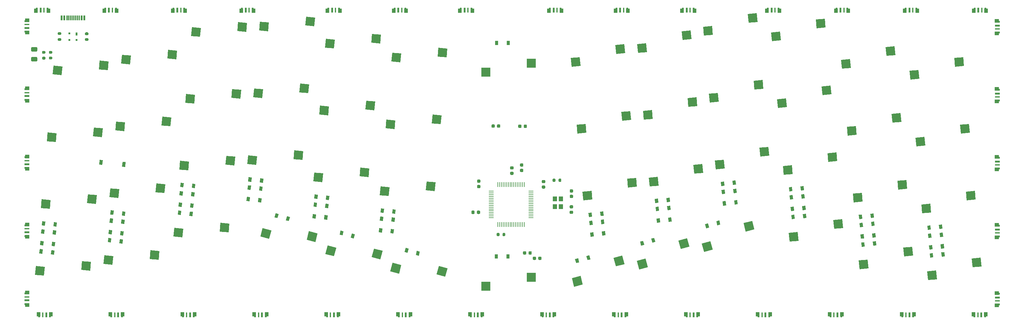
<source format=gbr>
%TF.GenerationSoftware,KiCad,Pcbnew,(5.1.8)-1*%
%TF.CreationDate,2021-01-22T10:31:16-05:00*%
%TF.ProjectId,ergo_60_case,6572676f-5f36-4305-9f63-6173652e6b69,rev?*%
%TF.SameCoordinates,Original*%
%TF.FileFunction,Paste,Bot*%
%TF.FilePolarity,Positive*%
%FSLAX46Y46*%
G04 Gerber Fmt 4.6, Leading zero omitted, Abs format (unit mm)*
G04 Created by KiCad (PCBNEW (5.1.8)-1) date 2021-01-22 10:31:16*
%MOMM*%
%LPD*%
G01*
G04 APERTURE LIST*
%ADD10R,1.150000X1.000000*%
%ADD11R,1.400000X0.550000*%
%ADD12R,1.400000X0.450000*%
%ADD13R,1.400000X0.600000*%
%ADD14R,1.000000X1.150000*%
%ADD15R,0.550000X1.400000*%
%ADD16R,0.450000X1.400000*%
%ADD17R,0.600000X1.400000*%
%ADD18R,2.550000X2.500000*%
%ADD19C,0.100000*%
%ADD20R,0.280000X1.470000*%
%ADD21R,1.470000X0.280000*%
%ADD22R,1.200000X1.400000*%
%ADD23R,0.600000X1.450000*%
%ADD24R,0.300000X1.450000*%
%ADD25R,0.600000X0.900000*%
%ADD26R,0.600000X0.500000*%
%ADD27R,0.900000X1.200000*%
G04 APERTURE END LIST*
D10*
%TO.C,D66*%
X343680000Y-83520000D03*
X343680000Y-87020000D03*
D11*
X343810000Y-86790000D03*
D12*
X343810000Y-85795000D03*
D13*
X343810000Y-84820000D03*
D11*
X343810000Y-83745000D03*
%TD*%
D10*
%TO.C,D68*%
X343680000Y-122140000D03*
X343680000Y-125640000D03*
D11*
X343810000Y-125410000D03*
D12*
X343810000Y-124415000D03*
D13*
X343810000Y-123440000D03*
D11*
X343810000Y-122365000D03*
%TD*%
D10*
%TO.C,D67*%
X343680000Y-102830000D03*
X343680000Y-106330000D03*
D11*
X343810000Y-106100000D03*
D12*
X343810000Y-105105000D03*
D13*
X343810000Y-104130000D03*
D11*
X343810000Y-103055000D03*
%TD*%
D14*
%TO.C,D90*%
X71580000Y-80620000D03*
X75080000Y-80620000D03*
D15*
X74850000Y-80490000D03*
D16*
X73855000Y-80490000D03*
D17*
X72880000Y-80490000D03*
D15*
X71805000Y-80490000D03*
%TD*%
D10*
%TO.C,D89*%
X69120000Y-86810000D03*
X69120000Y-83310000D03*
D11*
X68990000Y-83540000D03*
D12*
X68990000Y-84535000D03*
D13*
X68990000Y-85510000D03*
D11*
X68990000Y-86585000D03*
%TD*%
D10*
%TO.C,D88*%
X69120000Y-106147500D03*
X69120000Y-102647500D03*
D11*
X68990000Y-102877500D03*
D12*
X68990000Y-103872500D03*
D13*
X68990000Y-104847500D03*
D11*
X68990000Y-105922500D03*
%TD*%
D10*
%TO.C,D87*%
X69120000Y-125485000D03*
X69120000Y-121985000D03*
D11*
X68990000Y-122215000D03*
D12*
X68990000Y-123210000D03*
D13*
X68990000Y-124185000D03*
D11*
X68990000Y-125260000D03*
%TD*%
D10*
%TO.C,D86*%
X69120000Y-144822500D03*
X69120000Y-141322500D03*
D11*
X68990000Y-141552500D03*
D12*
X68990000Y-142547500D03*
D13*
X68990000Y-143522500D03*
D11*
X68990000Y-144597500D03*
%TD*%
D10*
%TO.C,D85*%
X69120000Y-164160000D03*
X69120000Y-160660000D03*
D11*
X68990000Y-160890000D03*
D12*
X68990000Y-161885000D03*
D13*
X68990000Y-162860000D03*
D11*
X68990000Y-163935000D03*
%TD*%
D14*
%TO.C,D84*%
X75770000Y-166830000D03*
X72270000Y-166830000D03*
D15*
X72500000Y-166960000D03*
D16*
X73495000Y-166960000D03*
D17*
X74470000Y-166960000D03*
D15*
X75545000Y-166960000D03*
%TD*%
D14*
%TO.C,D83*%
X96139230Y-166830000D03*
X92639230Y-166830000D03*
D15*
X92869230Y-166960000D03*
D16*
X93864230Y-166960000D03*
D17*
X94839230Y-166960000D03*
D15*
X95914230Y-166960000D03*
%TD*%
D14*
%TO.C,D82*%
X116508460Y-166830000D03*
X113008460Y-166830000D03*
D15*
X113238460Y-166960000D03*
D16*
X114233460Y-166960000D03*
D17*
X115208460Y-166960000D03*
D15*
X116283460Y-166960000D03*
%TD*%
D14*
%TO.C,D81*%
X136877690Y-166830000D03*
X133377690Y-166830000D03*
D15*
X133607690Y-166960000D03*
D16*
X134602690Y-166960000D03*
D17*
X135577690Y-166960000D03*
D15*
X136652690Y-166960000D03*
%TD*%
D14*
%TO.C,D80*%
X157246920Y-166830000D03*
X153746920Y-166830000D03*
D15*
X153976920Y-166960000D03*
D16*
X154971920Y-166960000D03*
D17*
X155946920Y-166960000D03*
D15*
X157021920Y-166960000D03*
%TD*%
D14*
%TO.C,D79*%
X177616150Y-166830000D03*
X174116150Y-166830000D03*
D15*
X174346150Y-166960000D03*
D16*
X175341150Y-166960000D03*
D17*
X176316150Y-166960000D03*
D15*
X177391150Y-166960000D03*
%TD*%
D14*
%TO.C,D78*%
X197985380Y-166830000D03*
X194485380Y-166830000D03*
D15*
X194715380Y-166960000D03*
D16*
X195710380Y-166960000D03*
D17*
X196685380Y-166960000D03*
D15*
X197760380Y-166960000D03*
%TD*%
D14*
%TO.C,D77*%
X218354610Y-166830000D03*
X214854610Y-166830000D03*
D15*
X215084610Y-166960000D03*
D16*
X216079610Y-166960000D03*
D17*
X217054610Y-166960000D03*
D15*
X218129610Y-166960000D03*
%TD*%
D14*
%TO.C,D76*%
X238723840Y-166830000D03*
X235223840Y-166830000D03*
D15*
X235453840Y-166960000D03*
D16*
X236448840Y-166960000D03*
D17*
X237423840Y-166960000D03*
D15*
X238498840Y-166960000D03*
%TD*%
D14*
%TO.C,D75*%
X259093070Y-166830000D03*
X255593070Y-166830000D03*
D15*
X255823070Y-166960000D03*
D16*
X256818070Y-166960000D03*
D17*
X257793070Y-166960000D03*
D15*
X258868070Y-166960000D03*
%TD*%
D14*
%TO.C,D74*%
X279462300Y-166830000D03*
X275962300Y-166830000D03*
D15*
X276192300Y-166960000D03*
D16*
X277187300Y-166960000D03*
D17*
X278162300Y-166960000D03*
D15*
X279237300Y-166960000D03*
%TD*%
D14*
%TO.C,D73*%
X299831530Y-166830000D03*
X296331530Y-166830000D03*
D15*
X296561530Y-166960000D03*
D16*
X297556530Y-166960000D03*
D17*
X298531530Y-166960000D03*
D15*
X299606530Y-166960000D03*
%TD*%
D14*
%TO.C,D72*%
X320200760Y-166830000D03*
X316700760Y-166830000D03*
D15*
X316930760Y-166960000D03*
D16*
X317925760Y-166960000D03*
D17*
X318900760Y-166960000D03*
D15*
X319975760Y-166960000D03*
%TD*%
D14*
%TO.C,D71*%
X340570000Y-166830000D03*
X337070000Y-166830000D03*
D15*
X337300000Y-166960000D03*
D16*
X338295000Y-166960000D03*
D17*
X339270000Y-166960000D03*
D15*
X340345000Y-166960000D03*
%TD*%
D10*
%TO.C,D70*%
X343680000Y-160760000D03*
X343680000Y-164260000D03*
D11*
X343810000Y-164030000D03*
D12*
X343810000Y-163035000D03*
D13*
X343810000Y-162060000D03*
D11*
X343810000Y-160985000D03*
%TD*%
D10*
%TO.C,D69*%
X343680000Y-141450000D03*
X343680000Y-144950000D03*
D11*
X343810000Y-144720000D03*
D12*
X343810000Y-143725000D03*
D13*
X343810000Y-142750000D03*
D11*
X343810000Y-141675000D03*
%TD*%
D14*
%TO.C,D65*%
X337140000Y-80620000D03*
X340640000Y-80620000D03*
D15*
X340410000Y-80490000D03*
D16*
X339415000Y-80490000D03*
D17*
X338440000Y-80490000D03*
D15*
X337365000Y-80490000D03*
%TD*%
D14*
%TO.C,D64*%
X317616666Y-80620000D03*
X321116666Y-80620000D03*
D15*
X320886666Y-80490000D03*
D16*
X319891666Y-80490000D03*
D17*
X318916666Y-80490000D03*
D15*
X317841666Y-80490000D03*
%TD*%
D14*
%TO.C,D63*%
X298093333Y-80620000D03*
X301593333Y-80620000D03*
D15*
X301363333Y-80490000D03*
D16*
X300368333Y-80490000D03*
D17*
X299393333Y-80490000D03*
D15*
X298318333Y-80490000D03*
%TD*%
D14*
%TO.C,D62*%
X278570000Y-80620000D03*
X282070000Y-80620000D03*
D15*
X281840000Y-80490000D03*
D16*
X280845000Y-80490000D03*
D17*
X279870000Y-80490000D03*
D15*
X278795000Y-80490000D03*
%TD*%
D14*
%TO.C,D61*%
X254540000Y-80620000D03*
X258040000Y-80620000D03*
D15*
X257810000Y-80490000D03*
D16*
X256815000Y-80490000D03*
D17*
X255840000Y-80490000D03*
D15*
X254765000Y-80490000D03*
%TD*%
D14*
%TO.C,D60*%
X235705000Y-80620000D03*
X239205000Y-80620000D03*
D15*
X238975000Y-80490000D03*
D16*
X237980000Y-80490000D03*
D17*
X237005000Y-80490000D03*
D15*
X235930000Y-80490000D03*
%TD*%
D14*
%TO.C,D59*%
X216870000Y-80620000D03*
X220370000Y-80620000D03*
D15*
X220140000Y-80490000D03*
D16*
X219145000Y-80490000D03*
D17*
X218170000Y-80490000D03*
D15*
X217095000Y-80490000D03*
%TD*%
D14*
%TO.C,D58*%
X191630000Y-80620000D03*
X195130000Y-80620000D03*
D15*
X194900000Y-80490000D03*
D16*
X193905000Y-80490000D03*
D17*
X192930000Y-80490000D03*
D15*
X191855000Y-80490000D03*
%TD*%
D14*
%TO.C,D57*%
X172880000Y-80620000D03*
X176380000Y-80620000D03*
D15*
X176150000Y-80490000D03*
D16*
X175155000Y-80490000D03*
D17*
X174180000Y-80490000D03*
D15*
X173105000Y-80490000D03*
%TD*%
D14*
%TO.C,D56*%
X154130000Y-80620000D03*
X157630000Y-80620000D03*
D15*
X157400000Y-80490000D03*
D16*
X156405000Y-80490000D03*
D17*
X155430000Y-80490000D03*
D15*
X154355000Y-80490000D03*
%TD*%
D14*
%TO.C,D55*%
X129670000Y-80620000D03*
X133170000Y-80620000D03*
D15*
X132940000Y-80490000D03*
D16*
X131945000Y-80490000D03*
D17*
X130970000Y-80490000D03*
D15*
X129895000Y-80490000D03*
%TD*%
D14*
%TO.C,D54*%
X110306666Y-80620000D03*
X113806666Y-80620000D03*
D15*
X113576666Y-80490000D03*
D16*
X112581666Y-80490000D03*
D17*
X111606666Y-80490000D03*
D15*
X110531666Y-80490000D03*
%TD*%
D14*
%TO.C,D53*%
X90943333Y-80620000D03*
X94443333Y-80620000D03*
D15*
X94213333Y-80490000D03*
D16*
X93218333Y-80490000D03*
D17*
X92243333Y-80490000D03*
D15*
X91168333Y-80490000D03*
%TD*%
D18*
%TO.C,MX_ec11_46*%
X198945000Y-158820000D03*
X211845000Y-156280000D03*
%TD*%
%TO.C,MX_ec11_7*%
X198935000Y-98020000D03*
X211835000Y-95480000D03*
%TD*%
%TO.C,C11*%
G36*
G01*
X213820000Y-151170000D02*
X213820000Y-150670000D01*
G75*
G02*
X214045000Y-150445000I225000J0D01*
G01*
X214495000Y-150445000D01*
G75*
G02*
X214720000Y-150670000I0J-225000D01*
G01*
X214720000Y-151170000D01*
G75*
G02*
X214495000Y-151395000I-225000J0D01*
G01*
X214045000Y-151395000D01*
G75*
G02*
X213820000Y-151170000I0J225000D01*
G01*
G37*
G36*
G01*
X212270000Y-151170000D02*
X212270000Y-150670000D01*
G75*
G02*
X212495000Y-150445000I225000J0D01*
G01*
X212945000Y-150445000D01*
G75*
G02*
X213170000Y-150670000I0J-225000D01*
G01*
X213170000Y-151170000D01*
G75*
G02*
X212945000Y-151395000I-225000J0D01*
G01*
X212495000Y-151395000D01*
G75*
G02*
X212270000Y-151170000I0J225000D01*
G01*
G37*
%TD*%
%TO.C,C10*%
G36*
G01*
X211055000Y-149640000D02*
X211055000Y-149140000D01*
G75*
G02*
X211280000Y-148915000I225000J0D01*
G01*
X211730000Y-148915000D01*
G75*
G02*
X211955000Y-149140000I0J-225000D01*
G01*
X211955000Y-149640000D01*
G75*
G02*
X211730000Y-149865000I-225000J0D01*
G01*
X211280000Y-149865000D01*
G75*
G02*
X211055000Y-149640000I0J225000D01*
G01*
G37*
G36*
G01*
X209505000Y-149640000D02*
X209505000Y-149140000D01*
G75*
G02*
X209730000Y-148915000I225000J0D01*
G01*
X210180000Y-148915000D01*
G75*
G02*
X210405000Y-149140000I0J-225000D01*
G01*
X210405000Y-149640000D01*
G75*
G02*
X210180000Y-149865000I-225000J0D01*
G01*
X209730000Y-149865000D01*
G75*
G02*
X209505000Y-149640000I0J225000D01*
G01*
G37*
%TD*%
%TO.C,C9*%
G36*
G01*
X203035000Y-113110000D02*
X203035000Y-113610000D01*
G75*
G02*
X202810000Y-113835000I-225000J0D01*
G01*
X202360000Y-113835000D01*
G75*
G02*
X202135000Y-113610000I0J225000D01*
G01*
X202135000Y-113110000D01*
G75*
G02*
X202360000Y-112885000I225000J0D01*
G01*
X202810000Y-112885000D01*
G75*
G02*
X203035000Y-113110000I0J-225000D01*
G01*
G37*
G36*
G01*
X201485000Y-113110000D02*
X201485000Y-113610000D01*
G75*
G02*
X201260000Y-113835000I-225000J0D01*
G01*
X200810000Y-113835000D01*
G75*
G02*
X200585000Y-113610000I0J225000D01*
G01*
X200585000Y-113110000D01*
G75*
G02*
X200810000Y-112885000I225000J0D01*
G01*
X201260000Y-112885000D01*
G75*
G02*
X201485000Y-113110000I0J-225000D01*
G01*
G37*
%TD*%
%TO.C,C8*%
G36*
G01*
X208145000Y-113670000D02*
X208145000Y-113170000D01*
G75*
G02*
X208370000Y-112945000I225000J0D01*
G01*
X208820000Y-112945000D01*
G75*
G02*
X209045000Y-113170000I0J-225000D01*
G01*
X209045000Y-113670000D01*
G75*
G02*
X208820000Y-113895000I-225000J0D01*
G01*
X208370000Y-113895000D01*
G75*
G02*
X208145000Y-113670000I0J225000D01*
G01*
G37*
G36*
G01*
X209695000Y-113670000D02*
X209695000Y-113170000D01*
G75*
G02*
X209920000Y-112945000I225000J0D01*
G01*
X210370000Y-112945000D01*
G75*
G02*
X210595000Y-113170000I0J-225000D01*
G01*
X210595000Y-113670000D01*
G75*
G02*
X210370000Y-113895000I-225000J0D01*
G01*
X209920000Y-113895000D01*
G75*
G02*
X209695000Y-113670000I0J225000D01*
G01*
G37*
%TD*%
D19*
%TO.C,MX9*%
G36*
X254661755Y-88917992D02*
G01*
X254443866Y-86427505D01*
X256984163Y-86205258D01*
X257202052Y-88695745D01*
X254661755Y-88917992D01*
G37*
G36*
X242032219Y-92572636D02*
G01*
X241814330Y-90082149D01*
X244354627Y-89859902D01*
X244572516Y-92350389D01*
X242032219Y-92572636D01*
G37*
%TD*%
D20*
%TO.C,U3*%
X202370000Y-141300000D03*
X202870000Y-141300000D03*
X203370000Y-141300000D03*
X203870000Y-141300000D03*
X204370000Y-141300000D03*
X204870000Y-141300000D03*
X205370000Y-141300000D03*
X205870000Y-141300000D03*
X206370000Y-141300000D03*
X206870000Y-141300000D03*
X207370000Y-141300000D03*
X207870000Y-141300000D03*
X208370000Y-141300000D03*
X208870000Y-141300000D03*
X209370000Y-141300000D03*
X209870000Y-141300000D03*
X209870000Y-129960000D03*
X209370000Y-129960000D03*
X208870000Y-129960000D03*
X208370000Y-129960000D03*
X207870000Y-129960000D03*
X207370000Y-129960000D03*
X206870000Y-129960000D03*
X206370000Y-129960000D03*
X205870000Y-129960000D03*
X205370000Y-129960000D03*
X204870000Y-129960000D03*
X204370000Y-129960000D03*
X203870000Y-129960000D03*
X203370000Y-129960000D03*
X202870000Y-129960000D03*
X202370000Y-129960000D03*
D21*
X200450000Y-131880000D03*
X200450000Y-132380000D03*
X200450000Y-132880000D03*
X200450000Y-133380000D03*
X200450000Y-133880000D03*
X200450000Y-134380000D03*
X200450000Y-134880000D03*
X200450000Y-135380000D03*
X200450000Y-135880000D03*
X200450000Y-136380000D03*
X200450000Y-136880000D03*
X200450000Y-137380000D03*
X200450000Y-137880000D03*
X200450000Y-138380000D03*
X200450000Y-138880000D03*
X200450000Y-139380000D03*
X211790000Y-139380000D03*
X211790000Y-138880000D03*
X211790000Y-138380000D03*
X211790000Y-137880000D03*
X211790000Y-137380000D03*
X211790000Y-136880000D03*
X211790000Y-136380000D03*
X211790000Y-135880000D03*
X211790000Y-135380000D03*
X211790000Y-134880000D03*
X211790000Y-134380000D03*
X211790000Y-133880000D03*
X211790000Y-133380000D03*
X211790000Y-132880000D03*
X211790000Y-132380000D03*
X211790000Y-131880000D03*
%TD*%
D19*
%TO.C,MX14*%
G36*
X87709217Y-116259103D02*
G01*
X87927106Y-113768616D01*
X90467403Y-113990863D01*
X90249514Y-116481350D01*
X87709217Y-116259103D01*
G37*
G36*
X74636930Y-117665128D02*
G01*
X74854819Y-115174641D01*
X77395116Y-115396888D01*
X77177227Y-117887375D01*
X74636930Y-117665128D01*
G37*
%TD*%
%TO.C,MX25*%
G36*
X314084758Y-112403305D02*
G01*
X313866869Y-109912818D01*
X316407166Y-109690571D01*
X316625055Y-112181058D01*
X314084758Y-112403305D01*
G37*
G36*
X301455222Y-116057949D02*
G01*
X301237333Y-113567462D01*
X303777630Y-113345215D01*
X303995519Y-115835702D01*
X301455222Y-116057949D01*
G37*
%TD*%
%TO.C,MX47*%
G36*
X235767133Y-153205651D02*
G01*
X235120086Y-150790836D01*
X237583197Y-150130847D01*
X238230244Y-152545662D01*
X235767133Y-153205651D01*
G37*
G36*
X223964090Y-158997868D02*
G01*
X223317043Y-156583053D01*
X225780154Y-155923064D01*
X226427201Y-158337879D01*
X223964090Y-158997868D01*
G37*
%TD*%
%TO.C,MX22*%
G36*
X256322073Y-107895500D02*
G01*
X256104184Y-105405013D01*
X258644481Y-105182766D01*
X258862370Y-107673253D01*
X256322073Y-107895500D01*
G37*
G36*
X243692537Y-111550144D02*
G01*
X243474648Y-109059657D01*
X246014945Y-108837410D01*
X246232834Y-111327897D01*
X243692537Y-111550144D01*
G37*
%TD*%
%TO.C,MX52*%
G36*
X336798024Y-153442881D02*
G01*
X336580135Y-150952394D01*
X339120432Y-150730147D01*
X339338321Y-153220634D01*
X336798024Y-153442881D01*
G37*
G36*
X324168488Y-157097525D02*
G01*
X323950599Y-154607038D01*
X326490896Y-154384791D01*
X326708785Y-156875278D01*
X324168488Y-157097525D01*
G37*
%TD*%
%TO.C,MX51*%
G36*
X317405391Y-150358323D02*
G01*
X317187502Y-147867836D01*
X319727799Y-147645589D01*
X319945688Y-150136076D01*
X317405391Y-150358323D01*
G37*
G36*
X304775855Y-154012967D02*
G01*
X304557966Y-151522480D01*
X307098263Y-151300233D01*
X307316152Y-153790720D01*
X304775855Y-154012967D01*
G37*
%TD*%
%TO.C,MX50*%
G36*
X297597725Y-142529885D02*
G01*
X297379836Y-140039398D01*
X299920133Y-139817151D01*
X300138022Y-142307638D01*
X297597725Y-142529885D01*
G37*
G36*
X284968189Y-146184529D02*
G01*
X284750300Y-143694042D01*
X287290597Y-143471795D01*
X287508486Y-145962282D01*
X284968189Y-146184529D01*
G37*
%TD*%
%TO.C,MX49*%
G36*
X272568907Y-143344645D02*
G01*
X271921860Y-140929830D01*
X274384971Y-140269841D01*
X275032018Y-142684656D01*
X272568907Y-143344645D01*
G37*
G36*
X260765864Y-149136862D02*
G01*
X260118817Y-146722047D01*
X262581928Y-146062058D01*
X263228975Y-148476873D01*
X260765864Y-149136862D01*
G37*
%TD*%
%TO.C,MX48*%
G36*
X254168020Y-148275149D02*
G01*
X253520973Y-145860334D01*
X255984084Y-145200345D01*
X256631131Y-147615160D01*
X254168020Y-148275149D01*
G37*
G36*
X242364977Y-154067366D02*
G01*
X241717930Y-151652551D01*
X244181041Y-150992562D01*
X244828088Y-153407377D01*
X242364977Y-154067366D01*
G37*
%TD*%
%TO.C,MX45*%
G36*
X185030166Y-155490480D02*
G01*
X185677213Y-153075665D01*
X188140324Y-153735654D01*
X187493277Y-156150469D01*
X185030166Y-155490480D01*
G37*
G36*
X171912323Y-154605165D02*
G01*
X172559370Y-152190350D01*
X175022481Y-152850339D01*
X174375434Y-155265154D01*
X171912323Y-154605165D01*
G37*
%TD*%
%TO.C,MX44*%
G36*
X166629277Y-150559978D02*
G01*
X167276324Y-148145163D01*
X169739435Y-148805152D01*
X169092388Y-151219967D01*
X166629277Y-150559978D01*
G37*
G36*
X153511434Y-149674663D02*
G01*
X154158481Y-147259848D01*
X156621592Y-147919837D01*
X155974545Y-150334652D01*
X153511434Y-149674663D01*
G37*
%TD*%
%TO.C,MX43*%
G36*
X148228390Y-145629476D02*
G01*
X148875437Y-143214661D01*
X151338548Y-143874650D01*
X150691501Y-146289465D01*
X148228390Y-145629476D01*
G37*
G36*
X135110547Y-144744161D02*
G01*
X135757594Y-142329346D01*
X138220705Y-142989335D01*
X137573658Y-145404150D01*
X135110547Y-144744161D01*
G37*
%TD*%
%TO.C,MX42*%
G36*
X123586268Y-143331011D02*
G01*
X123804157Y-140840524D01*
X126344454Y-141062771D01*
X126126565Y-143553258D01*
X123586268Y-143331011D01*
G37*
G36*
X110513981Y-144737036D02*
G01*
X110731870Y-142246549D01*
X113272167Y-142468796D01*
X113054278Y-144959283D01*
X110513981Y-144737036D01*
G37*
%TD*%
%TO.C,MX41*%
G36*
X103781214Y-151129561D02*
G01*
X103999103Y-148639074D01*
X106539400Y-148861321D01*
X106321511Y-151351808D01*
X103781214Y-151129561D01*
G37*
G36*
X90708927Y-152535586D02*
G01*
X90926816Y-150045099D01*
X93467113Y-150267346D01*
X93249224Y-152757833D01*
X90708927Y-152535586D01*
G37*
%TD*%
%TO.C,MX40*%
G36*
X84388581Y-154214121D02*
G01*
X84606470Y-151723634D01*
X87146767Y-151945881D01*
X86928878Y-154436368D01*
X84388581Y-154214121D01*
G37*
G36*
X71316294Y-155620146D02*
G01*
X71534183Y-153129659D01*
X74074480Y-153351906D01*
X73856591Y-155842393D01*
X71316294Y-155620146D01*
G37*
%TD*%
%TO.C,MX39*%
G36*
X335137706Y-134465372D02*
G01*
X334919817Y-131974885D01*
X337460114Y-131752638D01*
X337678003Y-134243125D01*
X335137706Y-134465372D01*
G37*
G36*
X322508170Y-138120016D02*
G01*
X322290281Y-135629529D01*
X324830578Y-135407282D01*
X325048467Y-137897769D01*
X322508170Y-138120016D01*
G37*
%TD*%
%TO.C,MX38*%
G36*
X315745073Y-131380814D02*
G01*
X315527184Y-128890327D01*
X318067481Y-128668080D01*
X318285370Y-131158567D01*
X315745073Y-131380814D01*
G37*
G36*
X303115537Y-135035458D02*
G01*
X302897648Y-132544971D01*
X305437945Y-132322724D01*
X305655834Y-134813211D01*
X303115537Y-135035458D01*
G37*
%TD*%
%TO.C,MX37*%
G36*
X295937408Y-123552376D02*
G01*
X295719519Y-121061889D01*
X298259816Y-120839642D01*
X298477705Y-123330129D01*
X295937408Y-123552376D01*
G37*
G36*
X283307872Y-127207020D02*
G01*
X283089983Y-124716533D01*
X285630280Y-124494286D01*
X285848169Y-126984773D01*
X283307872Y-127207020D01*
G37*
%TD*%
%TO.C,MX36*%
G36*
X276677601Y-121986018D02*
G01*
X276459712Y-119495531D01*
X279000009Y-119273284D01*
X279217898Y-121763771D01*
X276677601Y-121986018D01*
G37*
G36*
X264048065Y-125640662D02*
G01*
X263830176Y-123150175D01*
X266370473Y-122927928D01*
X266588362Y-125418415D01*
X264048065Y-125640662D01*
G37*
%TD*%
%TO.C,MX35*%
G36*
X257982390Y-126873009D02*
G01*
X257764501Y-124382522D01*
X260304798Y-124160275D01*
X260522687Y-126650762D01*
X257982390Y-126873009D01*
G37*
G36*
X245352854Y-130527653D02*
G01*
X245134965Y-128037166D01*
X247675262Y-127814919D01*
X247893151Y-130305406D01*
X245352854Y-130527653D01*
G37*
%TD*%
%TO.C,MX34*%
G36*
X239204119Y-130810628D02*
G01*
X238986230Y-128320141D01*
X241526527Y-128097894D01*
X241744416Y-130588381D01*
X239204119Y-130810628D01*
G37*
G36*
X226574583Y-134465272D02*
G01*
X226356694Y-131974785D01*
X228896991Y-131752538D01*
X229114880Y-134243025D01*
X226574583Y-134465272D01*
G37*
%TD*%
%TO.C,MX32*%
G36*
X181982490Y-131581868D02*
G01*
X182200379Y-129091381D01*
X184740676Y-129313628D01*
X184522787Y-131804115D01*
X181982490Y-131581868D01*
G37*
G36*
X168910203Y-132987893D02*
G01*
X169128092Y-130497406D01*
X171668389Y-130719653D01*
X171450500Y-133210140D01*
X168910203Y-132987893D01*
G37*
%TD*%
%TO.C,MX31*%
G36*
X163204218Y-127644248D02*
G01*
X163422107Y-125153761D01*
X165962404Y-125376008D01*
X165744515Y-127866495D01*
X163204218Y-127644248D01*
G37*
G36*
X150131931Y-129050273D02*
G01*
X150349820Y-126559786D01*
X152890117Y-126782033D01*
X152672228Y-129272520D01*
X150131931Y-129050273D01*
G37*
%TD*%
%TO.C,MX30*%
G36*
X144509006Y-122757258D02*
G01*
X144726895Y-120266771D01*
X147267192Y-120489018D01*
X147049303Y-122979505D01*
X144509006Y-122757258D01*
G37*
G36*
X131436719Y-124163283D02*
G01*
X131654608Y-121672796D01*
X134194905Y-121895043D01*
X133977016Y-124385530D01*
X131436719Y-124163283D01*
G37*
%TD*%
%TO.C,MX29*%
G36*
X125249200Y-124323616D02*
G01*
X125467089Y-121833129D01*
X128007386Y-122055376D01*
X127789497Y-124545863D01*
X125249200Y-124323616D01*
G37*
G36*
X112176913Y-125729641D02*
G01*
X112394802Y-123239154D01*
X114935099Y-123461401D01*
X114717210Y-125951888D01*
X112176913Y-125729641D01*
G37*
%TD*%
%TO.C,MX28*%
G36*
X105441532Y-132152053D02*
G01*
X105659421Y-129661566D01*
X108199718Y-129883813D01*
X107981829Y-132374300D01*
X105441532Y-132152053D01*
G37*
G36*
X92369245Y-133558078D02*
G01*
X92587134Y-131067591D01*
X95127431Y-131289838D01*
X94909542Y-133780325D01*
X92369245Y-133558078D01*
G37*
%TD*%
%TO.C,MX27*%
G36*
X86048899Y-135236612D02*
G01*
X86266788Y-132746125D01*
X88807085Y-132968372D01*
X88589196Y-135458859D01*
X86048899Y-135236612D01*
G37*
G36*
X72976612Y-136642637D02*
G01*
X73194501Y-134152150D01*
X75734798Y-134374397D01*
X75516909Y-136864884D01*
X72976612Y-136642637D01*
G37*
%TD*%
%TO.C,MX26*%
G36*
X333477390Y-115487862D02*
G01*
X333259501Y-112997375D01*
X335799798Y-112775128D01*
X336017687Y-115265615D01*
X333477390Y-115487862D01*
G37*
G36*
X320847854Y-119142506D02*
G01*
X320629965Y-116652019D01*
X323170262Y-116429772D01*
X323388151Y-118920259D01*
X320847854Y-119142506D01*
G37*
%TD*%
%TO.C,MX24*%
G36*
X294277091Y-104574867D02*
G01*
X294059202Y-102084380D01*
X296599499Y-101862133D01*
X296817388Y-104352620D01*
X294277091Y-104574867D01*
G37*
G36*
X281647555Y-108229511D02*
G01*
X281429666Y-105739024D01*
X283969963Y-105516777D01*
X284187852Y-108007264D01*
X281647555Y-108229511D01*
G37*
%TD*%
%TO.C,MX23*%
G36*
X275017284Y-103008509D02*
G01*
X274799395Y-100518022D01*
X277339692Y-100295775D01*
X277557581Y-102786262D01*
X275017284Y-103008509D01*
G37*
G36*
X262387748Y-106663153D02*
G01*
X262169859Y-104172666D01*
X264710156Y-103950419D01*
X264928045Y-106440906D01*
X262387748Y-106663153D01*
G37*
%TD*%
%TO.C,MX21*%
G36*
X237543802Y-111833119D02*
G01*
X237325913Y-109342632D01*
X239866210Y-109120385D01*
X240084099Y-111610872D01*
X237543802Y-111833119D01*
G37*
G36*
X224914266Y-115487763D02*
G01*
X224696377Y-112997276D01*
X227236674Y-112775029D01*
X227454563Y-115265516D01*
X224914266Y-115487763D01*
G37*
%TD*%
%TO.C,MX19*%
G36*
X183642806Y-112604357D02*
G01*
X183860695Y-110113870D01*
X186400992Y-110336117D01*
X186183103Y-112826604D01*
X183642806Y-112604357D01*
G37*
G36*
X170570519Y-114010382D02*
G01*
X170788408Y-111519895D01*
X173328705Y-111742142D01*
X173110816Y-114232629D01*
X170570519Y-114010382D01*
G37*
%TD*%
%TO.C,MX18*%
G36*
X164864535Y-108666739D02*
G01*
X165082424Y-106176252D01*
X167622721Y-106398499D01*
X167404832Y-108888986D01*
X164864535Y-108666739D01*
G37*
G36*
X151792248Y-110072764D02*
G01*
X152010137Y-107582277D01*
X154550434Y-107804524D01*
X154332545Y-110295011D01*
X151792248Y-110072764D01*
G37*
%TD*%
%TO.C,MX17*%
G36*
X146169322Y-103779749D02*
G01*
X146387211Y-101289262D01*
X148927508Y-101511509D01*
X148709619Y-104001996D01*
X146169322Y-103779749D01*
G37*
G36*
X133097035Y-105185774D02*
G01*
X133314924Y-102695287D01*
X135855221Y-102917534D01*
X135637332Y-105408021D01*
X133097035Y-105185774D01*
G37*
%TD*%
%TO.C,MX16*%
G36*
X126909517Y-105346107D02*
G01*
X127127406Y-102855620D01*
X129667703Y-103077867D01*
X129449814Y-105568354D01*
X126909517Y-105346107D01*
G37*
G36*
X113837230Y-106752132D02*
G01*
X114055119Y-104261645D01*
X116595416Y-104483892D01*
X116377527Y-106974379D01*
X113837230Y-106752132D01*
G37*
%TD*%
%TO.C,MX15*%
G36*
X107101848Y-113174543D02*
G01*
X107319737Y-110684056D01*
X109860034Y-110906303D01*
X109642145Y-113396790D01*
X107101848Y-113174543D01*
G37*
G36*
X94029561Y-114580568D02*
G01*
X94247450Y-112090081D01*
X96787747Y-112312328D01*
X96569858Y-114802815D01*
X94029561Y-114580568D01*
G37*
%TD*%
%TO.C,MX13*%
G36*
X331817071Y-96510354D02*
G01*
X331599182Y-94019867D01*
X334139479Y-93797620D01*
X334357368Y-96288107D01*
X331817071Y-96510354D01*
G37*
G36*
X319187535Y-100164998D02*
G01*
X318969646Y-97674511D01*
X321509943Y-97452264D01*
X321727832Y-99942751D01*
X319187535Y-100164998D01*
G37*
%TD*%
%TO.C,MX12*%
G36*
X312424441Y-93425796D02*
G01*
X312206552Y-90935309D01*
X314746849Y-90713062D01*
X314964738Y-93203549D01*
X312424441Y-93425796D01*
G37*
G36*
X299794905Y-97080440D02*
G01*
X299577016Y-94589953D01*
X302117313Y-94367706D01*
X302335202Y-96858193D01*
X299794905Y-97080440D01*
G37*
%TD*%
%TO.C,MX11*%
G36*
X292616773Y-85597358D02*
G01*
X292398884Y-83106871D01*
X294939181Y-82884624D01*
X295157070Y-85375111D01*
X292616773Y-85597358D01*
G37*
G36*
X279987237Y-89252002D02*
G01*
X279769348Y-86761515D01*
X282309645Y-86539268D01*
X282527534Y-89029755D01*
X279987237Y-89252002D01*
G37*
%TD*%
%TO.C,MX10*%
G36*
X273356966Y-84031001D02*
G01*
X273139077Y-81540514D01*
X275679374Y-81318267D01*
X275897263Y-83808754D01*
X273356966Y-84031001D01*
G37*
G36*
X260727430Y-87685645D02*
G01*
X260509541Y-85195158D01*
X263049838Y-84972911D01*
X263267727Y-87463398D01*
X260727430Y-87685645D01*
G37*
%TD*%
%TO.C,MX8*%
G36*
X235883484Y-92855610D02*
G01*
X235665595Y-90365123D01*
X238205892Y-90142876D01*
X238423781Y-92633363D01*
X235883484Y-92855610D01*
G37*
G36*
X223253948Y-96510254D02*
G01*
X223036059Y-94019767D01*
X225576356Y-93797520D01*
X225794245Y-96288007D01*
X223253948Y-96510254D01*
G37*
%TD*%
%TO.C,MX6*%
G36*
X185303121Y-93626848D02*
G01*
X185521010Y-91136361D01*
X188061307Y-91358608D01*
X187843418Y-93849095D01*
X185303121Y-93626848D01*
G37*
G36*
X172230834Y-95032873D02*
G01*
X172448723Y-92542386D01*
X174989020Y-92764633D01*
X174771131Y-95255120D01*
X172230834Y-95032873D01*
G37*
%TD*%
%TO.C,MX5*%
G36*
X166524851Y-89689230D02*
G01*
X166742740Y-87198743D01*
X169283037Y-87420990D01*
X169065148Y-89911477D01*
X166524851Y-89689230D01*
G37*
G36*
X153452564Y-91095255D02*
G01*
X153670453Y-88604768D01*
X156210750Y-88827015D01*
X155992861Y-91317502D01*
X153452564Y-91095255D01*
G37*
%TD*%
%TO.C,MX4*%
G36*
X147829639Y-84802240D02*
G01*
X148047528Y-82311753D01*
X150587825Y-82534000D01*
X150369936Y-85024487D01*
X147829639Y-84802240D01*
G37*
G36*
X134757352Y-86208265D02*
G01*
X134975241Y-83717778D01*
X137515538Y-83940025D01*
X137297649Y-86430512D01*
X134757352Y-86208265D01*
G37*
%TD*%
%TO.C,MX3*%
G36*
X128569832Y-86368598D02*
G01*
X128787721Y-83878111D01*
X131328018Y-84100358D01*
X131110129Y-86590845D01*
X128569832Y-86368598D01*
G37*
G36*
X115497545Y-87774623D02*
G01*
X115715434Y-85284136D01*
X118255731Y-85506383D01*
X118037842Y-87996870D01*
X115497545Y-87774623D01*
G37*
%TD*%
%TO.C,MX2*%
G36*
X108762165Y-94197034D02*
G01*
X108980054Y-91706547D01*
X111520351Y-91928794D01*
X111302462Y-94419281D01*
X108762165Y-94197034D01*
G37*
G36*
X95689878Y-95603059D02*
G01*
X95907767Y-93112572D01*
X98448064Y-93334819D01*
X98230175Y-95825306D01*
X95689878Y-95603059D01*
G37*
%TD*%
%TO.C,MX1*%
G36*
X89369534Y-97281594D02*
G01*
X89587423Y-94791107D01*
X92127720Y-95013354D01*
X91909831Y-97503841D01*
X89369534Y-97281594D01*
G37*
G36*
X76297247Y-98687619D02*
G01*
X76515136Y-96197132D01*
X79055433Y-96419379D01*
X78837544Y-98909866D01*
X76297247Y-98687619D01*
G37*
%TD*%
%TO.C,D10*%
G36*
X265623689Y-130371668D02*
G01*
X265519102Y-129176234D01*
X266415677Y-129097794D01*
X266520264Y-130293228D01*
X265623689Y-130371668D01*
G37*
G36*
X268911131Y-130084054D02*
G01*
X268806544Y-128888620D01*
X269703119Y-128810180D01*
X269807706Y-130005614D01*
X268911131Y-130084054D01*
G37*
%TD*%
%TO.C,D49*%
G36*
X261330095Y-142417212D02*
G01*
X261019512Y-141258101D01*
X261888845Y-141025164D01*
X262199428Y-142184275D01*
X261330095Y-142417212D01*
G37*
G36*
X264517651Y-141563110D02*
G01*
X264207068Y-140403999D01*
X265076401Y-140171062D01*
X265386984Y-141330173D01*
X264517651Y-141563110D01*
G37*
%TD*%
%TO.C,D36*%
G36*
X266111762Y-135950358D02*
G01*
X266007175Y-134754924D01*
X266903750Y-134676484D01*
X267008337Y-135871918D01*
X266111762Y-135950358D01*
G37*
G36*
X269399204Y-135662744D02*
G01*
X269294617Y-134467310D01*
X270191192Y-134388870D01*
X270295779Y-135584304D01*
X269399204Y-135662744D01*
G37*
%TD*%
%TO.C,D23*%
G36*
X265830285Y-132690744D02*
G01*
X265725698Y-131495310D01*
X266622273Y-131416870D01*
X266726860Y-132612304D01*
X265830285Y-132690744D01*
G37*
G36*
X269117727Y-132403130D02*
G01*
X269013140Y-131207696D01*
X269909715Y-131129256D01*
X270014302Y-132324690D01*
X269117727Y-132403130D01*
G37*
%TD*%
%TO.C,SW1*%
G36*
X89483070Y-124334860D02*
G01*
X89605088Y-122940188D01*
X90501664Y-123018628D01*
X90379646Y-124413300D01*
X89483070Y-124334860D01*
G37*
G36*
X95958336Y-124901372D02*
G01*
X96080354Y-123506700D01*
X96976930Y-123585140D01*
X96854912Y-124979812D01*
X95958336Y-124901372D01*
G37*
%TD*%
D22*
%TO.C,Y1*%
X218560000Y-136210000D03*
X218560000Y-134010000D03*
X220260000Y-134010000D03*
X220260000Y-136210000D03*
%TD*%
D23*
%TO.C,USB1*%
X85285000Y-82625000D03*
X78835000Y-82625000D03*
X84510000Y-82625000D03*
X79610000Y-82625000D03*
D24*
X80310000Y-82625000D03*
X83810000Y-82625000D03*
X80810000Y-82625000D03*
X83310000Y-82625000D03*
X81310000Y-82625000D03*
X82810000Y-82625000D03*
X82310000Y-82625000D03*
X81810000Y-82625000D03*
%TD*%
D25*
%TO.C,U1*%
X83048626Y-87251263D03*
D26*
X83048626Y-88951263D03*
X81048626Y-88951263D03*
X81048626Y-87051263D03*
%TD*%
%TO.C,RC7*%
G36*
G01*
X204470000Y-143905000D02*
X204470000Y-144455000D01*
G75*
G02*
X204270000Y-144655000I-200000J0D01*
G01*
X203870000Y-144655000D01*
G75*
G02*
X203670000Y-144455000I0J200000D01*
G01*
X203670000Y-143905000D01*
G75*
G02*
X203870000Y-143705000I200000J0D01*
G01*
X204270000Y-143705000D01*
G75*
G02*
X204470000Y-143905000I0J-200000D01*
G01*
G37*
G36*
G01*
X202820000Y-143905000D02*
X202820000Y-144455000D01*
G75*
G02*
X202620000Y-144655000I-200000J0D01*
G01*
X202220000Y-144655000D01*
G75*
G02*
X202020000Y-144455000I0J200000D01*
G01*
X202020000Y-143905000D01*
G75*
G02*
X202220000Y-143705000I200000J0D01*
G01*
X202620000Y-143705000D01*
G75*
G02*
X202820000Y-143905000I0J-200000D01*
G01*
G37*
%TD*%
%TO.C,RC5*%
G36*
G01*
X217885000Y-129025000D02*
X217885000Y-128475000D01*
G75*
G02*
X218085000Y-128275000I200000J0D01*
G01*
X218485000Y-128275000D01*
G75*
G02*
X218685000Y-128475000I0J-200000D01*
G01*
X218685000Y-129025000D01*
G75*
G02*
X218485000Y-129225000I-200000J0D01*
G01*
X218085000Y-129225000D01*
G75*
G02*
X217885000Y-129025000I0J200000D01*
G01*
G37*
G36*
G01*
X219535000Y-129025000D02*
X219535000Y-128475000D01*
G75*
G02*
X219735000Y-128275000I200000J0D01*
G01*
X220135000Y-128275000D01*
G75*
G02*
X220335000Y-128475000I0J-200000D01*
G01*
X220335000Y-129025000D01*
G75*
G02*
X220135000Y-129225000I-200000J0D01*
G01*
X219735000Y-129225000D01*
G75*
G02*
X219535000Y-129025000I0J200000D01*
G01*
G37*
%TD*%
%TO.C,RC4*%
G36*
G01*
X85663626Y-88406263D02*
X86213626Y-88406263D01*
G75*
G02*
X86413626Y-88606263I0J-200000D01*
G01*
X86413626Y-89006263D01*
G75*
G02*
X86213626Y-89206263I-200000J0D01*
G01*
X85663626Y-89206263D01*
G75*
G02*
X85463626Y-89006263I0J200000D01*
G01*
X85463626Y-88606263D01*
G75*
G02*
X85663626Y-88406263I200000J0D01*
G01*
G37*
G36*
G01*
X85663626Y-86756263D02*
X86213626Y-86756263D01*
G75*
G02*
X86413626Y-86956263I0J-200000D01*
G01*
X86413626Y-87356263D01*
G75*
G02*
X86213626Y-87556263I-200000J0D01*
G01*
X85663626Y-87556263D01*
G75*
G02*
X85463626Y-87356263I0J200000D01*
G01*
X85463626Y-86956263D01*
G75*
G02*
X85663626Y-86756263I200000J0D01*
G01*
G37*
%TD*%
%TO.C,RC3*%
G36*
G01*
X77953626Y-88366264D02*
X78503626Y-88366264D01*
G75*
G02*
X78703626Y-88566264I0J-200000D01*
G01*
X78703626Y-88966264D01*
G75*
G02*
X78503626Y-89166264I-200000J0D01*
G01*
X77953626Y-89166264D01*
G75*
G02*
X77753626Y-88966264I0J200000D01*
G01*
X77753626Y-88566264D01*
G75*
G02*
X77953626Y-88366264I200000J0D01*
G01*
G37*
G36*
G01*
X77953626Y-86716264D02*
X78503626Y-86716264D01*
G75*
G02*
X78703626Y-86916264I0J-200000D01*
G01*
X78703626Y-87316264D01*
G75*
G02*
X78503626Y-87516264I-200000J0D01*
G01*
X77953626Y-87516264D01*
G75*
G02*
X77753626Y-87316264I0J200000D01*
G01*
X77753626Y-86916264D01*
G75*
G02*
X77953626Y-86716264I200000J0D01*
G01*
G37*
%TD*%
%TO.C,RC2*%
G36*
G01*
X75434286Y-93660234D02*
X75984286Y-93660234D01*
G75*
G02*
X76184286Y-93860234I0J-200000D01*
G01*
X76184286Y-94260234D01*
G75*
G02*
X75984286Y-94460234I-200000J0D01*
G01*
X75434286Y-94460234D01*
G75*
G02*
X75234286Y-94260234I0J200000D01*
G01*
X75234286Y-93860234D01*
G75*
G02*
X75434286Y-93660234I200000J0D01*
G01*
G37*
G36*
G01*
X75434286Y-92010234D02*
X75984286Y-92010234D01*
G75*
G02*
X76184286Y-92210234I0J-200000D01*
G01*
X76184286Y-92610234D01*
G75*
G02*
X75984286Y-92810234I-200000J0D01*
G01*
X75434286Y-92810234D01*
G75*
G02*
X75234286Y-92610234I0J200000D01*
G01*
X75234286Y-92210234D01*
G75*
G02*
X75434286Y-92010234I200000J0D01*
G01*
G37*
%TD*%
%TO.C,RC1*%
G36*
G01*
X74044286Y-92840234D02*
X73494286Y-92840234D01*
G75*
G02*
X73294286Y-92640234I0J200000D01*
G01*
X73294286Y-92240234D01*
G75*
G02*
X73494286Y-92040234I200000J0D01*
G01*
X74044286Y-92040234D01*
G75*
G02*
X74244286Y-92240234I0J-200000D01*
G01*
X74244286Y-92640234D01*
G75*
G02*
X74044286Y-92840234I-200000J0D01*
G01*
G37*
G36*
G01*
X74044286Y-94490234D02*
X73494286Y-94490234D01*
G75*
G02*
X73294286Y-94290234I0J200000D01*
G01*
X73294286Y-93890234D01*
G75*
G02*
X73494286Y-93690234I200000J0D01*
G01*
X74044286Y-93690234D01*
G75*
G02*
X74244286Y-93890234I0J-200000D01*
G01*
X74244286Y-94290234D01*
G75*
G02*
X74044286Y-94490234I-200000J0D01*
G01*
G37*
%TD*%
%TO.C,F1*%
G36*
G01*
X71695000Y-92205000D02*
X70445000Y-92205000D01*
G75*
G02*
X70195000Y-91955000I0J250000D01*
G01*
X70195000Y-91205000D01*
G75*
G02*
X70445000Y-90955000I250000J0D01*
G01*
X71695000Y-90955000D01*
G75*
G02*
X71945000Y-91205000I0J-250000D01*
G01*
X71945000Y-91955000D01*
G75*
G02*
X71695000Y-92205000I-250000J0D01*
G01*
G37*
G36*
G01*
X71695000Y-95005000D02*
X70445000Y-95005000D01*
G75*
G02*
X70195000Y-94755000I0J250000D01*
G01*
X70195000Y-94005000D01*
G75*
G02*
X70445000Y-93755000I250000J0D01*
G01*
X71695000Y-93755000D01*
G75*
G02*
X71945000Y-94005000I0J-250000D01*
G01*
X71945000Y-94755000D01*
G75*
G02*
X71695000Y-95005000I-250000J0D01*
G01*
G37*
%TD*%
D19*
%TO.C,D52*%
G36*
X324772324Y-150720959D02*
G01*
X324667737Y-149525525D01*
X325564312Y-149447085D01*
X325668899Y-150642519D01*
X324772324Y-150720959D01*
G37*
G36*
X328059766Y-150433345D02*
G01*
X327955179Y-149237911D01*
X328851754Y-149159471D01*
X328956341Y-150354905D01*
X328059766Y-150433345D01*
G37*
%TD*%
%TO.C,D51*%
G36*
X305379694Y-147636401D02*
G01*
X305275107Y-146440967D01*
X306171682Y-146362527D01*
X306276269Y-147557961D01*
X305379694Y-147636401D01*
G37*
G36*
X308667136Y-147348787D02*
G01*
X308562549Y-146153353D01*
X309459124Y-146074913D01*
X309563711Y-147270347D01*
X308667136Y-147348787D01*
G37*
%TD*%
%TO.C,D50*%
G36*
X285572025Y-139807963D02*
G01*
X285467438Y-138612529D01*
X286364013Y-138534089D01*
X286468600Y-139729523D01*
X285572025Y-139807963D01*
G37*
G36*
X288859467Y-139520349D02*
G01*
X288754880Y-138324915D01*
X289651455Y-138246475D01*
X289756042Y-139441909D01*
X288859467Y-139520349D01*
G37*
%TD*%
%TO.C,D48*%
G36*
X242929208Y-147347714D02*
G01*
X242618625Y-146188603D01*
X243487958Y-145955666D01*
X243798541Y-147114777D01*
X242929208Y-147347714D01*
G37*
G36*
X246116764Y-146493612D02*
G01*
X245806181Y-145334501D01*
X246675514Y-145101564D01*
X246986097Y-146260675D01*
X246116764Y-146493612D01*
G37*
%TD*%
%TO.C,D47*%
G36*
X224528322Y-152278216D02*
G01*
X224217739Y-151119105D01*
X225087072Y-150886168D01*
X225397655Y-152045279D01*
X224528322Y-152278216D01*
G37*
G36*
X227715878Y-151424114D02*
G01*
X227405295Y-150265003D01*
X228274628Y-150032066D01*
X228585211Y-151191177D01*
X227715878Y-151424114D01*
G37*
%TD*%
D27*
%TO.C,D46*%
X205270000Y-150420000D03*
X201970000Y-150420000D03*
%TD*%
D19*
%TO.C,D45*%
G36*
X175928375Y-149112310D02*
G01*
X176238958Y-147953199D01*
X177108291Y-148186136D01*
X176797708Y-149345247D01*
X175928375Y-149112310D01*
G37*
G36*
X179115931Y-149966412D02*
G01*
X179426514Y-148807301D01*
X180295847Y-149040238D01*
X179985264Y-150199349D01*
X179115931Y-149966412D01*
G37*
%TD*%
%TO.C,D44*%
G36*
X157527486Y-144181804D02*
G01*
X157838069Y-143022693D01*
X158707402Y-143255630D01*
X158396819Y-144414741D01*
X157527486Y-144181804D01*
G37*
G36*
X160715042Y-145035906D02*
G01*
X161025625Y-143876795D01*
X161894958Y-144109732D01*
X161584375Y-145268843D01*
X160715042Y-145035906D01*
G37*
%TD*%
%TO.C,D43*%
G36*
X139126599Y-139251301D02*
G01*
X139437182Y-138092190D01*
X140306515Y-138325127D01*
X139995932Y-139484238D01*
X139126599Y-139251301D01*
G37*
G36*
X142314155Y-140105403D02*
G01*
X142624738Y-138946292D01*
X143494071Y-139179229D01*
X143183488Y-140338340D01*
X142314155Y-140105403D01*
G37*
%TD*%
%TO.C,D42*%
G36*
X111724570Y-138554690D02*
G01*
X111829157Y-137359256D01*
X112725732Y-137437696D01*
X112621145Y-138633130D01*
X111724570Y-138554690D01*
G37*
G36*
X115012012Y-138842304D02*
G01*
X115116599Y-137646870D01*
X116013174Y-137725310D01*
X115908587Y-138920744D01*
X115012012Y-138842304D01*
G37*
%TD*%
%TO.C,D41*%
G36*
X91916903Y-146361789D02*
G01*
X92021490Y-145166355D01*
X92918065Y-145244795D01*
X92813478Y-146440229D01*
X91916903Y-146361789D01*
G37*
G36*
X95204345Y-146649403D02*
G01*
X95308932Y-145453969D01*
X96205507Y-145532409D01*
X96100920Y-146727843D01*
X95204345Y-146649403D01*
G37*
%TD*%
%TO.C,D40*%
G36*
X72515698Y-149504690D02*
G01*
X72620285Y-148309256D01*
X73516860Y-148387696D01*
X73412273Y-149583130D01*
X72515698Y-149504690D01*
G37*
G36*
X75803140Y-149792304D02*
G01*
X75907727Y-148596870D01*
X76804302Y-148675310D01*
X76699715Y-149870744D01*
X75803140Y-149792304D01*
G37*
%TD*%
%TO.C,D39*%
G36*
X324571865Y-148429711D02*
G01*
X324467278Y-147234277D01*
X325363853Y-147155837D01*
X325468440Y-148351271D01*
X324571865Y-148429711D01*
G37*
G36*
X327859307Y-148142097D02*
G01*
X327754720Y-146946663D01*
X328651295Y-146868223D01*
X328755882Y-148063657D01*
X327859307Y-148142097D01*
G37*
%TD*%
%TO.C,D38*%
G36*
X305179235Y-145345153D02*
G01*
X305074648Y-144149719D01*
X305971223Y-144071279D01*
X306075810Y-145266713D01*
X305179235Y-145345153D01*
G37*
G36*
X308466677Y-145057539D02*
G01*
X308362090Y-143862105D01*
X309258665Y-143783665D01*
X309363252Y-144979099D01*
X308466677Y-145057539D01*
G37*
%TD*%
%TO.C,D37*%
G36*
X285371566Y-137516715D02*
G01*
X285266979Y-136321281D01*
X286163554Y-136242841D01*
X286268141Y-137438275D01*
X285371566Y-137516715D01*
G37*
G36*
X288659008Y-137229101D02*
G01*
X288554421Y-136033667D01*
X289450996Y-135955227D01*
X289555583Y-137150661D01*
X288659008Y-137229101D01*
G37*
%TD*%
%TO.C,D35*%
G36*
X247416549Y-140837349D02*
G01*
X247311962Y-139641915D01*
X248208537Y-139563475D01*
X248313124Y-140758909D01*
X247416549Y-140837349D01*
G37*
G36*
X250703991Y-140549735D02*
G01*
X250599404Y-139354301D01*
X251495979Y-139275861D01*
X251600566Y-140471295D01*
X250703991Y-140549735D01*
G37*
%TD*%
%TO.C,D34*%
G36*
X228638278Y-144774966D02*
G01*
X228533691Y-143579532D01*
X229430266Y-143501092D01*
X229534853Y-144696526D01*
X228638278Y-144774966D01*
G37*
G36*
X231925720Y-144487352D02*
G01*
X231821133Y-143291918D01*
X232717708Y-143213478D01*
X232822295Y-144408912D01*
X231925720Y-144487352D01*
G37*
%TD*%
%TO.C,D32*%
G36*
X168658316Y-143500353D02*
G01*
X168762903Y-142304919D01*
X169659478Y-142383359D01*
X169554891Y-143578793D01*
X168658316Y-143500353D01*
G37*
G36*
X171945758Y-143787967D02*
G01*
X172050345Y-142592533D01*
X172946920Y-142670973D01*
X172842333Y-143866407D01*
X171945758Y-143787967D01*
G37*
%TD*%
%TO.C,D31*%
G36*
X149880045Y-139562736D02*
G01*
X149984632Y-138367302D01*
X150881207Y-138445742D01*
X150776620Y-139641176D01*
X149880045Y-139562736D01*
G37*
G36*
X153167487Y-139850350D02*
G01*
X153272074Y-138654916D01*
X154168649Y-138733356D01*
X154064062Y-139928790D01*
X153167487Y-139850350D01*
G37*
%TD*%
%TO.C,D30*%
G36*
X131184835Y-134675746D02*
G01*
X131289422Y-133480312D01*
X132185997Y-133558752D01*
X132081410Y-134754186D01*
X131184835Y-134675746D01*
G37*
G36*
X134472277Y-134963360D02*
G01*
X134576864Y-133767926D01*
X135473439Y-133846366D01*
X135368852Y-135041800D01*
X134472277Y-134963360D01*
G37*
%TD*%
%TO.C,D29*%
G36*
X111925028Y-136242103D02*
G01*
X112029615Y-135046669D01*
X112926190Y-135125109D01*
X112821603Y-136320543D01*
X111925028Y-136242103D01*
G37*
G36*
X115212470Y-136529717D02*
G01*
X115317057Y-135334283D01*
X116213632Y-135412723D01*
X116109045Y-136608157D01*
X115212470Y-136529717D01*
G37*
%TD*%
%TO.C,D28*%
G36*
X92117361Y-144070540D02*
G01*
X92221948Y-142875106D01*
X93118523Y-142953546D01*
X93013936Y-144148980D01*
X92117361Y-144070540D01*
G37*
G36*
X95404803Y-144358154D02*
G01*
X95509390Y-143162720D01*
X96405965Y-143241160D01*
X96301378Y-144436594D01*
X95404803Y-144358154D01*
G37*
%TD*%
%TO.C,D27*%
G36*
X72724729Y-147155100D02*
G01*
X72829316Y-145959666D01*
X73725891Y-146038106D01*
X73621304Y-147233540D01*
X72724729Y-147155100D01*
G37*
G36*
X76012171Y-147442714D02*
G01*
X76116758Y-146247280D01*
X77013333Y-146325720D01*
X76908746Y-147521154D01*
X76012171Y-147442714D01*
G37*
%TD*%
%TO.C,D26*%
G36*
X324284253Y-145142268D02*
G01*
X324179666Y-143946834D01*
X325076241Y-143868394D01*
X325180828Y-145063828D01*
X324284253Y-145142268D01*
G37*
G36*
X327571695Y-144854654D02*
G01*
X327467108Y-143659220D01*
X328363683Y-143580780D01*
X328468270Y-144776214D01*
X327571695Y-144854654D01*
G37*
%TD*%
%TO.C,D25*%
G36*
X304891621Y-142057711D02*
G01*
X304787034Y-140862277D01*
X305683609Y-140783837D01*
X305788196Y-141979271D01*
X304891621Y-142057711D01*
G37*
G36*
X308179063Y-141770097D02*
G01*
X308074476Y-140574663D01*
X308971051Y-140496223D01*
X309075638Y-141691657D01*
X308179063Y-141770097D01*
G37*
%TD*%
%TO.C,D24*%
G36*
X285083953Y-134229272D02*
G01*
X284979366Y-133033838D01*
X285875941Y-132955398D01*
X285980528Y-134150832D01*
X285083953Y-134229272D01*
G37*
G36*
X288371395Y-133941658D02*
G01*
X288266808Y-132746224D01*
X289163383Y-132667784D01*
X289267970Y-133863218D01*
X288371395Y-133941658D01*
G37*
%TD*%
%TO.C,D22*%
G36*
X247128935Y-137549906D02*
G01*
X247024348Y-136354472D01*
X247920923Y-136276032D01*
X248025510Y-137471466D01*
X247128935Y-137549906D01*
G37*
G36*
X250416377Y-137262292D02*
G01*
X250311790Y-136066858D01*
X251208365Y-135988418D01*
X251312952Y-137183852D01*
X250416377Y-137262292D01*
G37*
%TD*%
%TO.C,D21*%
G36*
X228350664Y-141487524D02*
G01*
X228246077Y-140292090D01*
X229142652Y-140213650D01*
X229247239Y-141409084D01*
X228350664Y-141487524D01*
G37*
G36*
X231638106Y-141199910D02*
G01*
X231533519Y-140004476D01*
X232430094Y-139926036D01*
X232534681Y-141121470D01*
X231638106Y-141199910D01*
G37*
%TD*%
%TO.C,D19*%
G36*
X172233373Y-140500526D02*
G01*
X172337960Y-139305092D01*
X173234535Y-139383532D01*
X173129948Y-140578966D01*
X172233373Y-140500526D01*
G37*
G36*
X168945931Y-140212912D02*
G01*
X169050518Y-139017478D01*
X169947093Y-139095918D01*
X169842506Y-140291352D01*
X168945931Y-140212912D01*
G37*
%TD*%
%TO.C,D18*%
G36*
X153455101Y-136562908D02*
G01*
X153559688Y-135367474D01*
X154456263Y-135445914D01*
X154351676Y-136641348D01*
X153455101Y-136562908D01*
G37*
G36*
X150167659Y-136275294D02*
G01*
X150272246Y-135079860D01*
X151168821Y-135158300D01*
X151064234Y-136353734D01*
X150167659Y-136275294D01*
G37*
%TD*%
%TO.C,D17*%
G36*
X134759891Y-131675915D02*
G01*
X134864478Y-130480481D01*
X135761053Y-130558921D01*
X135656466Y-131754355D01*
X134759891Y-131675915D01*
G37*
G36*
X131472449Y-131388301D02*
G01*
X131577036Y-130192867D01*
X132473611Y-130271307D01*
X132369024Y-131466741D01*
X131472449Y-131388301D01*
G37*
%TD*%
%TO.C,D16*%
G36*
X115493140Y-133292304D02*
G01*
X115597727Y-132096870D01*
X116494302Y-132175310D01*
X116389715Y-133370744D01*
X115493140Y-133292304D01*
G37*
G36*
X112205698Y-133004690D02*
G01*
X112310285Y-131809256D01*
X113206860Y-131887696D01*
X113102273Y-133083130D01*
X112205698Y-133004690D01*
G37*
%TD*%
%TO.C,D15*%
G36*
X95692417Y-141070712D02*
G01*
X95797004Y-139875278D01*
X96693579Y-139953718D01*
X96588992Y-141149152D01*
X95692417Y-141070712D01*
G37*
G36*
X92404975Y-140783098D02*
G01*
X92509562Y-139587664D01*
X93406137Y-139666104D01*
X93301550Y-140861538D01*
X92404975Y-140783098D01*
G37*
%TD*%
%TO.C,D14*%
G36*
X76299785Y-144155270D02*
G01*
X76404372Y-142959836D01*
X77300947Y-143038276D01*
X77196360Y-144233710D01*
X76299785Y-144155270D01*
G37*
G36*
X73012343Y-143867656D02*
G01*
X73116930Y-142672222D01*
X74013505Y-142750662D01*
X73908918Y-143946096D01*
X73012343Y-143867656D01*
G37*
%TD*%
%TO.C,D13*%
G36*
X324083795Y-142851020D02*
G01*
X323979208Y-141655586D01*
X324875783Y-141577146D01*
X324980370Y-142772580D01*
X324083795Y-142851020D01*
G37*
G36*
X327371237Y-142563406D02*
G01*
X327266650Y-141367972D01*
X328163225Y-141289532D01*
X328267812Y-142484966D01*
X327371237Y-142563406D01*
G37*
%TD*%
%TO.C,D12*%
G36*
X304691162Y-139766463D02*
G01*
X304586575Y-138571029D01*
X305483150Y-138492589D01*
X305587737Y-139688023D01*
X304691162Y-139766463D01*
G37*
G36*
X307978604Y-139478849D02*
G01*
X307874017Y-138283415D01*
X308770592Y-138204975D01*
X308875179Y-139400409D01*
X307978604Y-139478849D01*
G37*
%TD*%
%TO.C,D11*%
G36*
X284883495Y-131938024D02*
G01*
X284778908Y-130742590D01*
X285675483Y-130664150D01*
X285780070Y-131859584D01*
X284883495Y-131938024D01*
G37*
G36*
X288170937Y-131650410D02*
G01*
X288066350Y-130454976D01*
X288962925Y-130376536D01*
X289067512Y-131571970D01*
X288170937Y-131650410D01*
G37*
%TD*%
%TO.C,D9*%
G36*
X246928476Y-135258658D02*
G01*
X246823889Y-134063224D01*
X247720464Y-133984784D01*
X247825051Y-135180218D01*
X246928476Y-135258658D01*
G37*
G36*
X250215918Y-134971044D02*
G01*
X250111331Y-133775610D01*
X251007906Y-133697170D01*
X251112493Y-134892604D01*
X250215918Y-134971044D01*
G37*
%TD*%
%TO.C,D8*%
G36*
X228150205Y-139196276D02*
G01*
X228045618Y-138000842D01*
X228942193Y-137922402D01*
X229046780Y-139117836D01*
X228150205Y-139196276D01*
G37*
G36*
X231437647Y-138908662D02*
G01*
X231333060Y-137713228D01*
X232229635Y-137634788D01*
X232334222Y-138830222D01*
X231437647Y-138908662D01*
G37*
%TD*%
D27*
%TO.C,D7*%
X205340000Y-89730000D03*
X202040000Y-89730000D03*
%TD*%
D19*
%TO.C,D6*%
G36*
X172433828Y-138209278D02*
G01*
X172538415Y-137013844D01*
X173434990Y-137092284D01*
X173330403Y-138287718D01*
X172433828Y-138209278D01*
G37*
G36*
X169146386Y-137921664D02*
G01*
X169250973Y-136726230D01*
X170147548Y-136804670D01*
X170042961Y-138000104D01*
X169146386Y-137921664D01*
G37*
%TD*%
%TO.C,D5*%
G36*
X153655558Y-134271660D02*
G01*
X153760145Y-133076226D01*
X154656720Y-133154666D01*
X154552133Y-134350100D01*
X153655558Y-134271660D01*
G37*
G36*
X150368116Y-133984046D02*
G01*
X150472703Y-132788612D01*
X151369278Y-132867052D01*
X151264691Y-134062486D01*
X150368116Y-133984046D01*
G37*
%TD*%
%TO.C,D4*%
G36*
X134960348Y-129384667D02*
G01*
X135064935Y-128189233D01*
X135961510Y-128267673D01*
X135856923Y-129463107D01*
X134960348Y-129384667D01*
G37*
G36*
X131672906Y-129097053D02*
G01*
X131777493Y-127901619D01*
X132674068Y-127980059D01*
X132569481Y-129175493D01*
X131672906Y-129097053D01*
G37*
%TD*%
%TO.C,D3*%
G36*
X115700540Y-130951027D02*
G01*
X115805127Y-129755593D01*
X116701702Y-129834033D01*
X116597115Y-131029467D01*
X115700540Y-130951027D01*
G37*
G36*
X112413098Y-130663413D02*
G01*
X112517685Y-129467979D01*
X113414260Y-129546419D01*
X113309673Y-130741853D01*
X112413098Y-130663413D01*
G37*
%TD*%
%TO.C,D2*%
G36*
X95892875Y-138779464D02*
G01*
X95997462Y-137584030D01*
X96894037Y-137662470D01*
X96789450Y-138857904D01*
X95892875Y-138779464D01*
G37*
G36*
X92605433Y-138491850D02*
G01*
X92710020Y-137296416D01*
X93606595Y-137374856D01*
X93502008Y-138570290D01*
X92605433Y-138491850D01*
G37*
%TD*%
%TO.C,D1*%
G36*
X76500243Y-141864022D02*
G01*
X76604830Y-140668588D01*
X77501405Y-140747028D01*
X77396818Y-141942462D01*
X76500243Y-141864022D01*
G37*
G36*
X73212801Y-141576408D02*
G01*
X73317388Y-140380974D01*
X74213963Y-140459414D01*
X74109376Y-141654848D01*
X73212801Y-141576408D01*
G37*
%TD*%
%TO.C,C7*%
G36*
G01*
X215550000Y-131135000D02*
X215050000Y-131135000D01*
G75*
G02*
X214825000Y-130910000I0J225000D01*
G01*
X214825000Y-130460000D01*
G75*
G02*
X215050000Y-130235000I225000J0D01*
G01*
X215550000Y-130235000D01*
G75*
G02*
X215775000Y-130460000I0J-225000D01*
G01*
X215775000Y-130910000D01*
G75*
G02*
X215550000Y-131135000I-225000J0D01*
G01*
G37*
G36*
G01*
X215550000Y-129585000D02*
X215050000Y-129585000D01*
G75*
G02*
X214825000Y-129360000I0J225000D01*
G01*
X214825000Y-128910000D01*
G75*
G02*
X215050000Y-128685000I225000J0D01*
G01*
X215550000Y-128685000D01*
G75*
G02*
X215775000Y-128910000I0J-225000D01*
G01*
X215775000Y-129360000D01*
G75*
G02*
X215550000Y-129585000I-225000J0D01*
G01*
G37*
%TD*%
%TO.C,C6*%
G36*
G01*
X208860000Y-123965000D02*
X209360000Y-123965000D01*
G75*
G02*
X209585000Y-124190000I0J-225000D01*
G01*
X209585000Y-124640000D01*
G75*
G02*
X209360000Y-124865000I-225000J0D01*
G01*
X208860000Y-124865000D01*
G75*
G02*
X208635000Y-124640000I0J225000D01*
G01*
X208635000Y-124190000D01*
G75*
G02*
X208860000Y-123965000I225000J0D01*
G01*
G37*
G36*
G01*
X208860000Y-125515000D02*
X209360000Y-125515000D01*
G75*
G02*
X209585000Y-125740000I0J-225000D01*
G01*
X209585000Y-126190000D01*
G75*
G02*
X209360000Y-126415000I-225000J0D01*
G01*
X208860000Y-126415000D01*
G75*
G02*
X208635000Y-126190000I0J225000D01*
G01*
X208635000Y-125740000D01*
G75*
G02*
X208860000Y-125515000I225000J0D01*
G01*
G37*
%TD*%
%TO.C,C5*%
G36*
G01*
X197340000Y-137600000D02*
X197340000Y-138100000D01*
G75*
G02*
X197115000Y-138325000I-225000J0D01*
G01*
X196665000Y-138325000D01*
G75*
G02*
X196440000Y-138100000I0J225000D01*
G01*
X196440000Y-137600000D01*
G75*
G02*
X196665000Y-137375000I225000J0D01*
G01*
X197115000Y-137375000D01*
G75*
G02*
X197340000Y-137600000I0J-225000D01*
G01*
G37*
G36*
G01*
X195790000Y-137600000D02*
X195790000Y-138100000D01*
G75*
G02*
X195565000Y-138325000I-225000J0D01*
G01*
X195115000Y-138325000D01*
G75*
G02*
X194890000Y-138100000I0J225000D01*
G01*
X194890000Y-137600000D01*
G75*
G02*
X195115000Y-137375000I225000J0D01*
G01*
X195565000Y-137375000D01*
G75*
G02*
X195790000Y-137600000I0J-225000D01*
G01*
G37*
%TD*%
%TO.C,C4*%
G36*
G01*
X197210000Y-131005000D02*
X196710000Y-131005000D01*
G75*
G02*
X196485000Y-130780000I0J225000D01*
G01*
X196485000Y-130330000D01*
G75*
G02*
X196710000Y-130105000I225000J0D01*
G01*
X197210000Y-130105000D01*
G75*
G02*
X197435000Y-130330000I0J-225000D01*
G01*
X197435000Y-130780000D01*
G75*
G02*
X197210000Y-131005000I-225000J0D01*
G01*
G37*
G36*
G01*
X197210000Y-129455000D02*
X196710000Y-129455000D01*
G75*
G02*
X196485000Y-129230000I0J225000D01*
G01*
X196485000Y-128780000D01*
G75*
G02*
X196710000Y-128555000I225000J0D01*
G01*
X197210000Y-128555000D01*
G75*
G02*
X197435000Y-128780000I0J-225000D01*
G01*
X197435000Y-129230000D01*
G75*
G02*
X197210000Y-129455000I-225000J0D01*
G01*
G37*
%TD*%
%TO.C,C3*%
G36*
G01*
X206580000Y-127235000D02*
X206080000Y-127235000D01*
G75*
G02*
X205855000Y-127010000I0J225000D01*
G01*
X205855000Y-126560000D01*
G75*
G02*
X206080000Y-126335000I225000J0D01*
G01*
X206580000Y-126335000D01*
G75*
G02*
X206805000Y-126560000I0J-225000D01*
G01*
X206805000Y-127010000D01*
G75*
G02*
X206580000Y-127235000I-225000J0D01*
G01*
G37*
G36*
G01*
X206580000Y-125685000D02*
X206080000Y-125685000D01*
G75*
G02*
X205855000Y-125460000I0J225000D01*
G01*
X205855000Y-125010000D01*
G75*
G02*
X206080000Y-124785000I225000J0D01*
G01*
X206580000Y-124785000D01*
G75*
G02*
X206805000Y-125010000I0J-225000D01*
G01*
X206805000Y-125460000D01*
G75*
G02*
X206580000Y-125685000I-225000J0D01*
G01*
G37*
%TD*%
%TO.C,C2*%
G36*
G01*
X222950000Y-131345000D02*
X223450000Y-131345000D01*
G75*
G02*
X223675000Y-131570000I0J-225000D01*
G01*
X223675000Y-132020000D01*
G75*
G02*
X223450000Y-132245000I-225000J0D01*
G01*
X222950000Y-132245000D01*
G75*
G02*
X222725000Y-132020000I0J225000D01*
G01*
X222725000Y-131570000D01*
G75*
G02*
X222950000Y-131345000I225000J0D01*
G01*
G37*
G36*
G01*
X222950000Y-132895000D02*
X223450000Y-132895000D01*
G75*
G02*
X223675000Y-133120000I0J-225000D01*
G01*
X223675000Y-133570000D01*
G75*
G02*
X223450000Y-133795000I-225000J0D01*
G01*
X222950000Y-133795000D01*
G75*
G02*
X222725000Y-133570000I0J225000D01*
G01*
X222725000Y-133120000D01*
G75*
G02*
X222950000Y-132895000I225000J0D01*
G01*
G37*
%TD*%
%TO.C,C1*%
G36*
G01*
X223440000Y-138295000D02*
X222940000Y-138295000D01*
G75*
G02*
X222715000Y-138070000I0J225000D01*
G01*
X222715000Y-137620000D01*
G75*
G02*
X222940000Y-137395000I225000J0D01*
G01*
X223440000Y-137395000D01*
G75*
G02*
X223665000Y-137620000I0J-225000D01*
G01*
X223665000Y-138070000D01*
G75*
G02*
X223440000Y-138295000I-225000J0D01*
G01*
G37*
G36*
G01*
X223440000Y-136745000D02*
X222940000Y-136745000D01*
G75*
G02*
X222715000Y-136520000I0J225000D01*
G01*
X222715000Y-136070000D01*
G75*
G02*
X222940000Y-135845000I225000J0D01*
G01*
X223440000Y-135845000D01*
G75*
G02*
X223665000Y-136070000I0J-225000D01*
G01*
X223665000Y-136520000D01*
G75*
G02*
X223440000Y-136745000I-225000J0D01*
G01*
G37*
%TD*%
M02*

</source>
